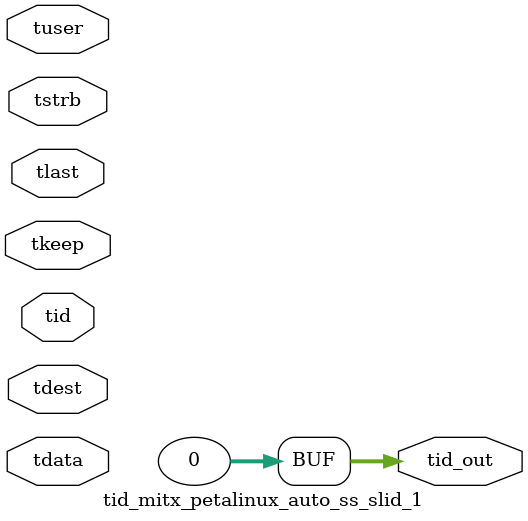
<source format=v>


`timescale 1ps/1ps

module tid_mitx_petalinux_auto_ss_slid_1 #
(
parameter C_S_AXIS_TID_WIDTH   = 1,
parameter C_S_AXIS_TUSER_WIDTH = 0,
parameter C_S_AXIS_TDATA_WIDTH = 0,
parameter C_S_AXIS_TDEST_WIDTH = 0,
parameter C_M_AXIS_TID_WIDTH   = 32
)
(
input  [(C_S_AXIS_TID_WIDTH   == 0 ? 1 : C_S_AXIS_TID_WIDTH)-1:0       ] tid,
input  [(C_S_AXIS_TDATA_WIDTH == 0 ? 1 : C_S_AXIS_TDATA_WIDTH)-1:0     ] tdata,
input  [(C_S_AXIS_TUSER_WIDTH == 0 ? 1 : C_S_AXIS_TUSER_WIDTH)-1:0     ] tuser,
input  [(C_S_AXIS_TDEST_WIDTH == 0 ? 1 : C_S_AXIS_TDEST_WIDTH)-1:0     ] tdest,
input  [(C_S_AXIS_TDATA_WIDTH/8)-1:0 ] tkeep,
input  [(C_S_AXIS_TDATA_WIDTH/8)-1:0 ] tstrb,
input                                                                    tlast,
output [(C_M_AXIS_TID_WIDTH   == 0 ? 1 : C_M_AXIS_TID_WIDTH)-1:0       ] tid_out
);

assign tid_out = {1'b0};

endmodule


</source>
